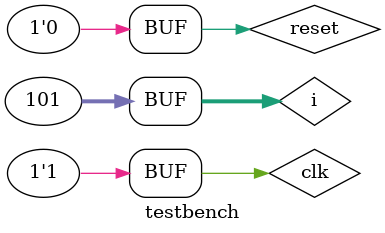
<source format=v>
`timescale 1ns / 1ps
module testbench;  
	reg clk;  
	reg reset;   
	wire [15:0] pc_out;  
	wire [15:0] alu_result;
	integer i;
	processor uut (.clk(clk), .reset(reset), .pc_out(pc_out), .alu_result(alu_result));  
	initial begin  
		clk = 0;  
		for (i=0;i<=100;i = i+1) begin
			#10 clk = ~clk;
		end
	end  
	initial begin 
		reset = 1;
		#100; // Wait 100 ns for global reset to finish
		reset = 0; 
		// Add stimulus here  
	end  
endmodule
</source>
